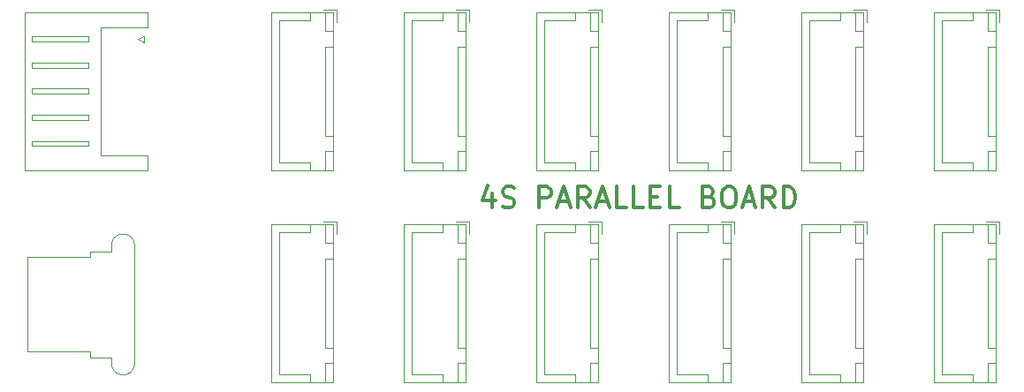
<source format=gbr>
%TF.GenerationSoftware,KiCad,Pcbnew,(5.1.9)-1*%
%TF.CreationDate,2021-11-24T00:24:37+00:00*%
%TF.ProjectId,4S parallel board,34532070-6172-4616-9c6c-656c20626f61,rev?*%
%TF.SameCoordinates,Original*%
%TF.FileFunction,Legend,Top*%
%TF.FilePolarity,Positive*%
%FSLAX46Y46*%
G04 Gerber Fmt 4.6, Leading zero omitted, Abs format (unit mm)*
G04 Created by KiCad (PCBNEW (5.1.9)-1) date 2021-11-24 00:24:37*
%MOMM*%
%LPD*%
G01*
G04 APERTURE LIST*
%ADD10C,0.300000*%
%ADD11C,0.120000*%
G04 APERTURE END LIST*
D10*
X121842380Y-112601428D02*
X121842380Y-113934761D01*
X121366190Y-111839523D02*
X120890000Y-113268095D01*
X122128095Y-113268095D01*
X122794761Y-113839523D02*
X123080476Y-113934761D01*
X123556666Y-113934761D01*
X123747142Y-113839523D01*
X123842380Y-113744285D01*
X123937619Y-113553809D01*
X123937619Y-113363333D01*
X123842380Y-113172857D01*
X123747142Y-113077619D01*
X123556666Y-112982380D01*
X123175714Y-112887142D01*
X122985238Y-112791904D01*
X122890000Y-112696666D01*
X122794761Y-112506190D01*
X122794761Y-112315714D01*
X122890000Y-112125238D01*
X122985238Y-112030000D01*
X123175714Y-111934761D01*
X123651904Y-111934761D01*
X123937619Y-112030000D01*
X126318571Y-113934761D02*
X126318571Y-111934761D01*
X127080476Y-111934761D01*
X127270952Y-112030000D01*
X127366190Y-112125238D01*
X127461428Y-112315714D01*
X127461428Y-112601428D01*
X127366190Y-112791904D01*
X127270952Y-112887142D01*
X127080476Y-112982380D01*
X126318571Y-112982380D01*
X128223333Y-113363333D02*
X129175714Y-113363333D01*
X128032857Y-113934761D02*
X128699523Y-111934761D01*
X129366190Y-113934761D01*
X131175714Y-113934761D02*
X130509047Y-112982380D01*
X130032857Y-113934761D02*
X130032857Y-111934761D01*
X130794761Y-111934761D01*
X130985238Y-112030000D01*
X131080476Y-112125238D01*
X131175714Y-112315714D01*
X131175714Y-112601428D01*
X131080476Y-112791904D01*
X130985238Y-112887142D01*
X130794761Y-112982380D01*
X130032857Y-112982380D01*
X131937619Y-113363333D02*
X132890000Y-113363333D01*
X131747142Y-113934761D02*
X132413809Y-111934761D01*
X133080476Y-113934761D01*
X134699523Y-113934761D02*
X133747142Y-113934761D01*
X133747142Y-111934761D01*
X136318571Y-113934761D02*
X135366190Y-113934761D01*
X135366190Y-111934761D01*
X136985238Y-112887142D02*
X137651904Y-112887142D01*
X137937619Y-113934761D02*
X136985238Y-113934761D01*
X136985238Y-111934761D01*
X137937619Y-111934761D01*
X139747142Y-113934761D02*
X138794761Y-113934761D01*
X138794761Y-111934761D01*
X142604285Y-112887142D02*
X142890000Y-112982380D01*
X142985238Y-113077619D01*
X143080476Y-113268095D01*
X143080476Y-113553809D01*
X142985238Y-113744285D01*
X142890000Y-113839523D01*
X142699523Y-113934761D01*
X141937619Y-113934761D01*
X141937619Y-111934761D01*
X142604285Y-111934761D01*
X142794761Y-112030000D01*
X142890000Y-112125238D01*
X142985238Y-112315714D01*
X142985238Y-112506190D01*
X142890000Y-112696666D01*
X142794761Y-112791904D01*
X142604285Y-112887142D01*
X141937619Y-112887142D01*
X144318571Y-111934761D02*
X144699523Y-111934761D01*
X144890000Y-112030000D01*
X145080476Y-112220476D01*
X145175714Y-112601428D01*
X145175714Y-113268095D01*
X145080476Y-113649047D01*
X144890000Y-113839523D01*
X144699523Y-113934761D01*
X144318571Y-113934761D01*
X144128095Y-113839523D01*
X143937619Y-113649047D01*
X143842380Y-113268095D01*
X143842380Y-112601428D01*
X143937619Y-112220476D01*
X144128095Y-112030000D01*
X144318571Y-111934761D01*
X145937619Y-113363333D02*
X146890000Y-113363333D01*
X145747142Y-113934761D02*
X146413809Y-111934761D01*
X147080476Y-113934761D01*
X148890000Y-113934761D02*
X148223333Y-112982380D01*
X147747142Y-113934761D02*
X147747142Y-111934761D01*
X148509047Y-111934761D01*
X148699523Y-112030000D01*
X148794761Y-112125238D01*
X148890000Y-112315714D01*
X148890000Y-112601428D01*
X148794761Y-112791904D01*
X148699523Y-112887142D01*
X148509047Y-112982380D01*
X147747142Y-112982380D01*
X149747142Y-113934761D02*
X149747142Y-111934761D01*
X150223333Y-111934761D01*
X150509047Y-112030000D01*
X150699523Y-112220476D01*
X150794761Y-112410952D01*
X150890000Y-112791904D01*
X150890000Y-113077619D01*
X150794761Y-113458571D01*
X150699523Y-113649047D01*
X150509047Y-113839523D01*
X150223333Y-113934761D01*
X149747142Y-113934761D01*
D11*
%TO.C,J8*%
X170100000Y-95230000D02*
X164130000Y-95230000D01*
X164130000Y-95230000D02*
X164130000Y-110350000D01*
X164130000Y-110350000D02*
X170100000Y-110350000D01*
X170100000Y-110350000D02*
X170100000Y-95230000D01*
X170090000Y-98540000D02*
X169340000Y-98540000D01*
X169340000Y-98540000D02*
X169340000Y-107040000D01*
X169340000Y-107040000D02*
X170090000Y-107040000D01*
X170090000Y-107040000D02*
X170090000Y-98540000D01*
X170090000Y-95240000D02*
X169340000Y-95240000D01*
X169340000Y-95240000D02*
X169340000Y-97040000D01*
X169340000Y-97040000D02*
X170090000Y-97040000D01*
X170090000Y-97040000D02*
X170090000Y-95240000D01*
X170090000Y-108540000D02*
X169340000Y-108540000D01*
X169340000Y-108540000D02*
X169340000Y-110340000D01*
X169340000Y-110340000D02*
X170090000Y-110340000D01*
X170090000Y-110340000D02*
X170090000Y-108540000D01*
X167840000Y-95240000D02*
X167840000Y-95990000D01*
X167840000Y-95990000D02*
X164890000Y-95990000D01*
X164890000Y-95990000D02*
X164890000Y-102790000D01*
X167840000Y-110340000D02*
X167840000Y-109590000D01*
X167840000Y-109590000D02*
X164890000Y-109590000D01*
X164890000Y-109590000D02*
X164890000Y-102790000D01*
X170390000Y-96190000D02*
X170390000Y-94940000D01*
X170390000Y-94940000D02*
X169140000Y-94940000D01*
%TO.C,J14*%
X170100000Y-115550000D02*
X164130000Y-115550000D01*
X164130000Y-115550000D02*
X164130000Y-130670000D01*
X164130000Y-130670000D02*
X170100000Y-130670000D01*
X170100000Y-130670000D02*
X170100000Y-115550000D01*
X170090000Y-118860000D02*
X169340000Y-118860000D01*
X169340000Y-118860000D02*
X169340000Y-127360000D01*
X169340000Y-127360000D02*
X170090000Y-127360000D01*
X170090000Y-127360000D02*
X170090000Y-118860000D01*
X170090000Y-115560000D02*
X169340000Y-115560000D01*
X169340000Y-115560000D02*
X169340000Y-117360000D01*
X169340000Y-117360000D02*
X170090000Y-117360000D01*
X170090000Y-117360000D02*
X170090000Y-115560000D01*
X170090000Y-128860000D02*
X169340000Y-128860000D01*
X169340000Y-128860000D02*
X169340000Y-130660000D01*
X169340000Y-130660000D02*
X170090000Y-130660000D01*
X170090000Y-130660000D02*
X170090000Y-128860000D01*
X167840000Y-115560000D02*
X167840000Y-116310000D01*
X167840000Y-116310000D02*
X164890000Y-116310000D01*
X164890000Y-116310000D02*
X164890000Y-123110000D01*
X167840000Y-130660000D02*
X167840000Y-129910000D01*
X167840000Y-129910000D02*
X164890000Y-129910000D01*
X164890000Y-129910000D02*
X164890000Y-123110000D01*
X170390000Y-116510000D02*
X170390000Y-115260000D01*
X170390000Y-115260000D02*
X169140000Y-115260000D01*
%TO.C,J13*%
X157400000Y-115550000D02*
X151430000Y-115550000D01*
X151430000Y-115550000D02*
X151430000Y-130670000D01*
X151430000Y-130670000D02*
X157400000Y-130670000D01*
X157400000Y-130670000D02*
X157400000Y-115550000D01*
X157390000Y-118860000D02*
X156640000Y-118860000D01*
X156640000Y-118860000D02*
X156640000Y-127360000D01*
X156640000Y-127360000D02*
X157390000Y-127360000D01*
X157390000Y-127360000D02*
X157390000Y-118860000D01*
X157390000Y-115560000D02*
X156640000Y-115560000D01*
X156640000Y-115560000D02*
X156640000Y-117360000D01*
X156640000Y-117360000D02*
X157390000Y-117360000D01*
X157390000Y-117360000D02*
X157390000Y-115560000D01*
X157390000Y-128860000D02*
X156640000Y-128860000D01*
X156640000Y-128860000D02*
X156640000Y-130660000D01*
X156640000Y-130660000D02*
X157390000Y-130660000D01*
X157390000Y-130660000D02*
X157390000Y-128860000D01*
X155140000Y-115560000D02*
X155140000Y-116310000D01*
X155140000Y-116310000D02*
X152190000Y-116310000D01*
X152190000Y-116310000D02*
X152190000Y-123110000D01*
X155140000Y-130660000D02*
X155140000Y-129910000D01*
X155140000Y-129910000D02*
X152190000Y-129910000D01*
X152190000Y-129910000D02*
X152190000Y-123110000D01*
X157690000Y-116510000D02*
X157690000Y-115260000D01*
X157690000Y-115260000D02*
X156440000Y-115260000D01*
%TO.C,J12*%
X144700000Y-115550000D02*
X138730000Y-115550000D01*
X138730000Y-115550000D02*
X138730000Y-130670000D01*
X138730000Y-130670000D02*
X144700000Y-130670000D01*
X144700000Y-130670000D02*
X144700000Y-115550000D01*
X144690000Y-118860000D02*
X143940000Y-118860000D01*
X143940000Y-118860000D02*
X143940000Y-127360000D01*
X143940000Y-127360000D02*
X144690000Y-127360000D01*
X144690000Y-127360000D02*
X144690000Y-118860000D01*
X144690000Y-115560000D02*
X143940000Y-115560000D01*
X143940000Y-115560000D02*
X143940000Y-117360000D01*
X143940000Y-117360000D02*
X144690000Y-117360000D01*
X144690000Y-117360000D02*
X144690000Y-115560000D01*
X144690000Y-128860000D02*
X143940000Y-128860000D01*
X143940000Y-128860000D02*
X143940000Y-130660000D01*
X143940000Y-130660000D02*
X144690000Y-130660000D01*
X144690000Y-130660000D02*
X144690000Y-128860000D01*
X142440000Y-115560000D02*
X142440000Y-116310000D01*
X142440000Y-116310000D02*
X139490000Y-116310000D01*
X139490000Y-116310000D02*
X139490000Y-123110000D01*
X142440000Y-130660000D02*
X142440000Y-129910000D01*
X142440000Y-129910000D02*
X139490000Y-129910000D01*
X139490000Y-129910000D02*
X139490000Y-123110000D01*
X144990000Y-116510000D02*
X144990000Y-115260000D01*
X144990000Y-115260000D02*
X143740000Y-115260000D01*
%TO.C,J11*%
X132000000Y-115550000D02*
X126030000Y-115550000D01*
X126030000Y-115550000D02*
X126030000Y-130670000D01*
X126030000Y-130670000D02*
X132000000Y-130670000D01*
X132000000Y-130670000D02*
X132000000Y-115550000D01*
X131990000Y-118860000D02*
X131240000Y-118860000D01*
X131240000Y-118860000D02*
X131240000Y-127360000D01*
X131240000Y-127360000D02*
X131990000Y-127360000D01*
X131990000Y-127360000D02*
X131990000Y-118860000D01*
X131990000Y-115560000D02*
X131240000Y-115560000D01*
X131240000Y-115560000D02*
X131240000Y-117360000D01*
X131240000Y-117360000D02*
X131990000Y-117360000D01*
X131990000Y-117360000D02*
X131990000Y-115560000D01*
X131990000Y-128860000D02*
X131240000Y-128860000D01*
X131240000Y-128860000D02*
X131240000Y-130660000D01*
X131240000Y-130660000D02*
X131990000Y-130660000D01*
X131990000Y-130660000D02*
X131990000Y-128860000D01*
X129740000Y-115560000D02*
X129740000Y-116310000D01*
X129740000Y-116310000D02*
X126790000Y-116310000D01*
X126790000Y-116310000D02*
X126790000Y-123110000D01*
X129740000Y-130660000D02*
X129740000Y-129910000D01*
X129740000Y-129910000D02*
X126790000Y-129910000D01*
X126790000Y-129910000D02*
X126790000Y-123110000D01*
X132290000Y-116510000D02*
X132290000Y-115260000D01*
X132290000Y-115260000D02*
X131040000Y-115260000D01*
%TO.C,J10*%
X119300000Y-115550000D02*
X113330000Y-115550000D01*
X113330000Y-115550000D02*
X113330000Y-130670000D01*
X113330000Y-130670000D02*
X119300000Y-130670000D01*
X119300000Y-130670000D02*
X119300000Y-115550000D01*
X119290000Y-118860000D02*
X118540000Y-118860000D01*
X118540000Y-118860000D02*
X118540000Y-127360000D01*
X118540000Y-127360000D02*
X119290000Y-127360000D01*
X119290000Y-127360000D02*
X119290000Y-118860000D01*
X119290000Y-115560000D02*
X118540000Y-115560000D01*
X118540000Y-115560000D02*
X118540000Y-117360000D01*
X118540000Y-117360000D02*
X119290000Y-117360000D01*
X119290000Y-117360000D02*
X119290000Y-115560000D01*
X119290000Y-128860000D02*
X118540000Y-128860000D01*
X118540000Y-128860000D02*
X118540000Y-130660000D01*
X118540000Y-130660000D02*
X119290000Y-130660000D01*
X119290000Y-130660000D02*
X119290000Y-128860000D01*
X117040000Y-115560000D02*
X117040000Y-116310000D01*
X117040000Y-116310000D02*
X114090000Y-116310000D01*
X114090000Y-116310000D02*
X114090000Y-123110000D01*
X117040000Y-130660000D02*
X117040000Y-129910000D01*
X117040000Y-129910000D02*
X114090000Y-129910000D01*
X114090000Y-129910000D02*
X114090000Y-123110000D01*
X119590000Y-116510000D02*
X119590000Y-115260000D01*
X119590000Y-115260000D02*
X118340000Y-115260000D01*
%TO.C,J9*%
X106600000Y-115550000D02*
X100630000Y-115550000D01*
X100630000Y-115550000D02*
X100630000Y-130670000D01*
X100630000Y-130670000D02*
X106600000Y-130670000D01*
X106600000Y-130670000D02*
X106600000Y-115550000D01*
X106590000Y-118860000D02*
X105840000Y-118860000D01*
X105840000Y-118860000D02*
X105840000Y-127360000D01*
X105840000Y-127360000D02*
X106590000Y-127360000D01*
X106590000Y-127360000D02*
X106590000Y-118860000D01*
X106590000Y-115560000D02*
X105840000Y-115560000D01*
X105840000Y-115560000D02*
X105840000Y-117360000D01*
X105840000Y-117360000D02*
X106590000Y-117360000D01*
X106590000Y-117360000D02*
X106590000Y-115560000D01*
X106590000Y-128860000D02*
X105840000Y-128860000D01*
X105840000Y-128860000D02*
X105840000Y-130660000D01*
X105840000Y-130660000D02*
X106590000Y-130660000D01*
X106590000Y-130660000D02*
X106590000Y-128860000D01*
X104340000Y-115560000D02*
X104340000Y-116310000D01*
X104340000Y-116310000D02*
X101390000Y-116310000D01*
X101390000Y-116310000D02*
X101390000Y-123110000D01*
X104340000Y-130660000D02*
X104340000Y-129910000D01*
X104340000Y-129910000D02*
X101390000Y-129910000D01*
X101390000Y-129910000D02*
X101390000Y-123110000D01*
X106890000Y-116510000D02*
X106890000Y-115260000D01*
X106890000Y-115260000D02*
X105640000Y-115260000D01*
%TO.C,J7*%
X157400000Y-95230000D02*
X151430000Y-95230000D01*
X151430000Y-95230000D02*
X151430000Y-110350000D01*
X151430000Y-110350000D02*
X157400000Y-110350000D01*
X157400000Y-110350000D02*
X157400000Y-95230000D01*
X157390000Y-98540000D02*
X156640000Y-98540000D01*
X156640000Y-98540000D02*
X156640000Y-107040000D01*
X156640000Y-107040000D02*
X157390000Y-107040000D01*
X157390000Y-107040000D02*
X157390000Y-98540000D01*
X157390000Y-95240000D02*
X156640000Y-95240000D01*
X156640000Y-95240000D02*
X156640000Y-97040000D01*
X156640000Y-97040000D02*
X157390000Y-97040000D01*
X157390000Y-97040000D02*
X157390000Y-95240000D01*
X157390000Y-108540000D02*
X156640000Y-108540000D01*
X156640000Y-108540000D02*
X156640000Y-110340000D01*
X156640000Y-110340000D02*
X157390000Y-110340000D01*
X157390000Y-110340000D02*
X157390000Y-108540000D01*
X155140000Y-95240000D02*
X155140000Y-95990000D01*
X155140000Y-95990000D02*
X152190000Y-95990000D01*
X152190000Y-95990000D02*
X152190000Y-102790000D01*
X155140000Y-110340000D02*
X155140000Y-109590000D01*
X155140000Y-109590000D02*
X152190000Y-109590000D01*
X152190000Y-109590000D02*
X152190000Y-102790000D01*
X157690000Y-96190000D02*
X157690000Y-94940000D01*
X157690000Y-94940000D02*
X156440000Y-94940000D01*
%TO.C,J6*%
X144700000Y-95230000D02*
X138730000Y-95230000D01*
X138730000Y-95230000D02*
X138730000Y-110350000D01*
X138730000Y-110350000D02*
X144700000Y-110350000D01*
X144700000Y-110350000D02*
X144700000Y-95230000D01*
X144690000Y-98540000D02*
X143940000Y-98540000D01*
X143940000Y-98540000D02*
X143940000Y-107040000D01*
X143940000Y-107040000D02*
X144690000Y-107040000D01*
X144690000Y-107040000D02*
X144690000Y-98540000D01*
X144690000Y-95240000D02*
X143940000Y-95240000D01*
X143940000Y-95240000D02*
X143940000Y-97040000D01*
X143940000Y-97040000D02*
X144690000Y-97040000D01*
X144690000Y-97040000D02*
X144690000Y-95240000D01*
X144690000Y-108540000D02*
X143940000Y-108540000D01*
X143940000Y-108540000D02*
X143940000Y-110340000D01*
X143940000Y-110340000D02*
X144690000Y-110340000D01*
X144690000Y-110340000D02*
X144690000Y-108540000D01*
X142440000Y-95240000D02*
X142440000Y-95990000D01*
X142440000Y-95990000D02*
X139490000Y-95990000D01*
X139490000Y-95990000D02*
X139490000Y-102790000D01*
X142440000Y-110340000D02*
X142440000Y-109590000D01*
X142440000Y-109590000D02*
X139490000Y-109590000D01*
X139490000Y-109590000D02*
X139490000Y-102790000D01*
X144990000Y-96190000D02*
X144990000Y-94940000D01*
X144990000Y-94940000D02*
X143740000Y-94940000D01*
%TO.C,J5*%
X132000000Y-95230000D02*
X126030000Y-95230000D01*
X126030000Y-95230000D02*
X126030000Y-110350000D01*
X126030000Y-110350000D02*
X132000000Y-110350000D01*
X132000000Y-110350000D02*
X132000000Y-95230000D01*
X131990000Y-98540000D02*
X131240000Y-98540000D01*
X131240000Y-98540000D02*
X131240000Y-107040000D01*
X131240000Y-107040000D02*
X131990000Y-107040000D01*
X131990000Y-107040000D02*
X131990000Y-98540000D01*
X131990000Y-95240000D02*
X131240000Y-95240000D01*
X131240000Y-95240000D02*
X131240000Y-97040000D01*
X131240000Y-97040000D02*
X131990000Y-97040000D01*
X131990000Y-97040000D02*
X131990000Y-95240000D01*
X131990000Y-108540000D02*
X131240000Y-108540000D01*
X131240000Y-108540000D02*
X131240000Y-110340000D01*
X131240000Y-110340000D02*
X131990000Y-110340000D01*
X131990000Y-110340000D02*
X131990000Y-108540000D01*
X129740000Y-95240000D02*
X129740000Y-95990000D01*
X129740000Y-95990000D02*
X126790000Y-95990000D01*
X126790000Y-95990000D02*
X126790000Y-102790000D01*
X129740000Y-110340000D02*
X129740000Y-109590000D01*
X129740000Y-109590000D02*
X126790000Y-109590000D01*
X126790000Y-109590000D02*
X126790000Y-102790000D01*
X132290000Y-96190000D02*
X132290000Y-94940000D01*
X132290000Y-94940000D02*
X131040000Y-94940000D01*
%TO.C,J4*%
X119300000Y-95230000D02*
X113330000Y-95230000D01*
X113330000Y-95230000D02*
X113330000Y-110350000D01*
X113330000Y-110350000D02*
X119300000Y-110350000D01*
X119300000Y-110350000D02*
X119300000Y-95230000D01*
X119290000Y-98540000D02*
X118540000Y-98540000D01*
X118540000Y-98540000D02*
X118540000Y-107040000D01*
X118540000Y-107040000D02*
X119290000Y-107040000D01*
X119290000Y-107040000D02*
X119290000Y-98540000D01*
X119290000Y-95240000D02*
X118540000Y-95240000D01*
X118540000Y-95240000D02*
X118540000Y-97040000D01*
X118540000Y-97040000D02*
X119290000Y-97040000D01*
X119290000Y-97040000D02*
X119290000Y-95240000D01*
X119290000Y-108540000D02*
X118540000Y-108540000D01*
X118540000Y-108540000D02*
X118540000Y-110340000D01*
X118540000Y-110340000D02*
X119290000Y-110340000D01*
X119290000Y-110340000D02*
X119290000Y-108540000D01*
X117040000Y-95240000D02*
X117040000Y-95990000D01*
X117040000Y-95990000D02*
X114090000Y-95990000D01*
X114090000Y-95990000D02*
X114090000Y-102790000D01*
X117040000Y-110340000D02*
X117040000Y-109590000D01*
X117040000Y-109590000D02*
X114090000Y-109590000D01*
X114090000Y-109590000D02*
X114090000Y-102790000D01*
X119590000Y-96190000D02*
X119590000Y-94940000D01*
X119590000Y-94940000D02*
X118340000Y-94940000D01*
%TO.C,J3*%
X106600000Y-95230000D02*
X100630000Y-95230000D01*
X100630000Y-95230000D02*
X100630000Y-110350000D01*
X100630000Y-110350000D02*
X106600000Y-110350000D01*
X106600000Y-110350000D02*
X106600000Y-95230000D01*
X106590000Y-98540000D02*
X105840000Y-98540000D01*
X105840000Y-98540000D02*
X105840000Y-107040000D01*
X105840000Y-107040000D02*
X106590000Y-107040000D01*
X106590000Y-107040000D02*
X106590000Y-98540000D01*
X106590000Y-95240000D02*
X105840000Y-95240000D01*
X105840000Y-95240000D02*
X105840000Y-97040000D01*
X105840000Y-97040000D02*
X106590000Y-97040000D01*
X106590000Y-97040000D02*
X106590000Y-95240000D01*
X106590000Y-108540000D02*
X105840000Y-108540000D01*
X105840000Y-108540000D02*
X105840000Y-110340000D01*
X105840000Y-110340000D02*
X106590000Y-110340000D01*
X106590000Y-110340000D02*
X106590000Y-108540000D01*
X104340000Y-95240000D02*
X104340000Y-95990000D01*
X104340000Y-95990000D02*
X101390000Y-95990000D01*
X101390000Y-95990000D02*
X101390000Y-102790000D01*
X104340000Y-110340000D02*
X104340000Y-109590000D01*
X104340000Y-109590000D02*
X101390000Y-109590000D01*
X101390000Y-109590000D02*
X101390000Y-102790000D01*
X106890000Y-96190000D02*
X106890000Y-94940000D01*
X106890000Y-94940000D02*
X105640000Y-94940000D01*
%TO.C,J2*%
X88460000Y-98090000D02*
X87860000Y-97790000D01*
X88460000Y-97490000D02*
X88460000Y-98090000D01*
X87860000Y-97790000D02*
X88460000Y-97490000D01*
X83160000Y-108040000D02*
X83160000Y-107540000D01*
X77660000Y-108040000D02*
X83160000Y-108040000D01*
X77660000Y-107540000D02*
X77660000Y-108040000D01*
X83160000Y-107540000D02*
X77660000Y-107540000D01*
X83160000Y-105540000D02*
X83160000Y-105040000D01*
X77660000Y-105540000D02*
X83160000Y-105540000D01*
X77660000Y-105040000D02*
X77660000Y-105540000D01*
X83160000Y-105040000D02*
X77660000Y-105040000D01*
X83160000Y-103040000D02*
X83160000Y-102540000D01*
X77660000Y-103040000D02*
X83160000Y-103040000D01*
X77660000Y-102540000D02*
X77660000Y-103040000D01*
X83160000Y-102540000D02*
X77660000Y-102540000D01*
X83160000Y-100540000D02*
X83160000Y-100040000D01*
X77660000Y-100540000D02*
X83160000Y-100540000D01*
X77660000Y-100040000D02*
X77660000Y-100540000D01*
X83160000Y-100040000D02*
X77660000Y-100040000D01*
X83160000Y-98040000D02*
X83160000Y-97540000D01*
X77660000Y-98040000D02*
X83160000Y-98040000D01*
X77660000Y-97540000D02*
X77660000Y-98040000D01*
X83160000Y-97540000D02*
X77660000Y-97540000D01*
X84270000Y-108930000D02*
X84270000Y-102790000D01*
X88770000Y-108930000D02*
X84270000Y-108930000D01*
X88770000Y-110350000D02*
X88770000Y-108930000D01*
X77050000Y-110350000D02*
X88770000Y-110350000D01*
X77050000Y-102790000D02*
X77050000Y-110350000D01*
X84270000Y-96650000D02*
X84270000Y-102790000D01*
X88770000Y-96650000D02*
X84270000Y-96650000D01*
X88770000Y-95230000D02*
X88770000Y-96650000D01*
X77050000Y-95230000D02*
X88770000Y-95230000D01*
X77050000Y-102790000D02*
X77050000Y-95230000D01*
%TO.C,J1*%
X77280000Y-127760000D02*
X83280000Y-127760000D01*
X77280000Y-127760000D02*
X77280000Y-118730000D01*
X77280000Y-118700000D02*
X83280000Y-118700000D01*
X83280000Y-118700000D02*
X83280000Y-118170000D01*
X83280000Y-118170000D02*
X85330000Y-118170000D01*
X85330000Y-118170000D02*
X85330000Y-117470000D01*
X85330000Y-128990000D02*
X85330000Y-128290000D01*
X83280000Y-128290000D02*
X85330000Y-128290000D01*
X87550000Y-128990000D02*
X87550000Y-117470000D01*
X83280000Y-128290000D02*
X83280000Y-127760000D01*
X87536635Y-129051729D02*
G75*
G02*
X85330000Y-128880000I-1096635J171729D01*
G01*
X85330000Y-117580000D02*
G75*
G02*
X87550000Y-117580000I1110000J0D01*
G01*
%TD*%
M02*

</source>
